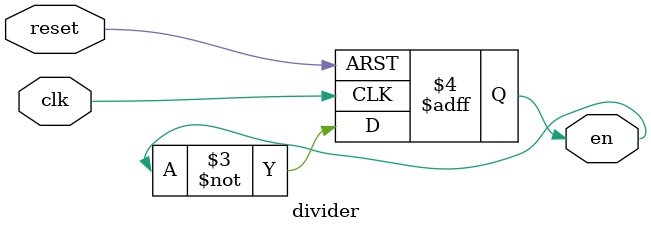
<source format=v>
module divider
(
	input clk,
	input reset,
	output reg en
);

always @(posedge clk or negedge reset)
	begin
		if (!reset)
			begin
				en <= 0;
			end
		else 
			en <= ~en;
	end

		
endmodule
</source>
